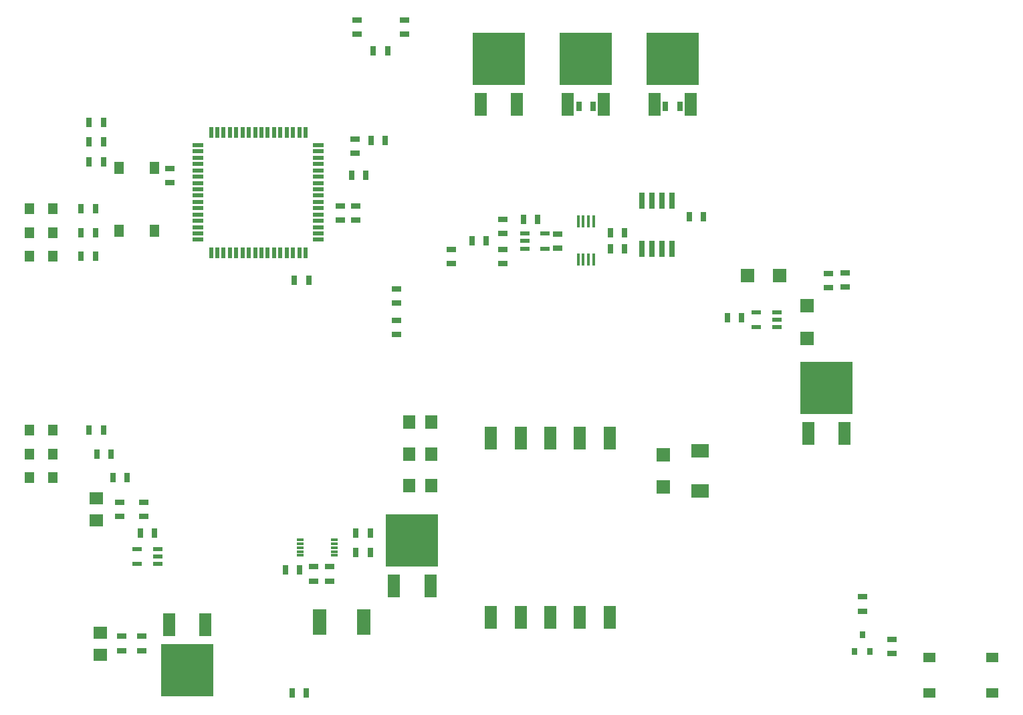
<source format=gtp>
G75*
G70*
%OFA0B0*%
%FSLAX24Y24*%
%IPPOS*%
%LPD*%
%AMOC8*
5,1,8,0,0,1.08239X$1,22.5*
%
%ADD10R,0.0315X0.0472*%
%ADD11R,0.0260X0.0800*%
%ADD12R,0.0472X0.0315*%
%ADD13R,0.0610X0.0512*%
%ADD14R,0.0315X0.0354*%
%ADD15R,0.0200X0.0580*%
%ADD16R,0.0580X0.0200*%
%ADD17R,0.0472X0.0551*%
%ADD18R,0.0709X0.0669*%
%ADD19R,0.0669X0.0709*%
%ADD20R,0.0866X0.0709*%
%ADD21R,0.0472X0.0217*%
%ADD22R,0.2638X0.2638*%
%ADD23R,0.0630X0.1181*%
%ADD24R,0.0709X0.1260*%
%ADD25R,0.0630X0.0709*%
%ADD26R,0.0382X0.0122*%
%ADD27R,0.0512X0.0610*%
%ADD28R,0.0177X0.0591*%
%ADD29R,0.0598X0.1150*%
%ADD30R,0.0709X0.0630*%
D10*
X043597Y014353D03*
X044306Y014353D03*
X044385Y013172D03*
X045093Y013172D03*
X043912Y015534D03*
X043203Y015534D03*
X045762Y010416D03*
X046471Y010416D03*
X052987Y008586D03*
X053696Y008586D03*
X056510Y009452D03*
X057219Y009452D03*
X057219Y010397D03*
X056510Y010397D03*
X054038Y002448D03*
X053329Y002448D03*
X075014Y021125D03*
X075723Y021125D03*
X069896Y024589D03*
X069188Y024589D03*
X069188Y025377D03*
X069896Y025377D03*
X073125Y026164D03*
X073833Y026164D03*
X065566Y026046D03*
X064857Y026046D03*
X063007Y024983D03*
X062298Y024983D03*
X056999Y028235D03*
X056290Y028235D03*
X057255Y029979D03*
X057963Y029979D03*
X058085Y034432D03*
X057377Y034432D03*
X067613Y031676D03*
X068322Y031676D03*
X071944Y031676D03*
X072652Y031676D03*
X054148Y023015D03*
X053440Y023015D03*
X043518Y024196D03*
X042810Y024196D03*
X042810Y025377D03*
X043518Y025377D03*
X043518Y026558D03*
X042810Y026558D03*
X043203Y028920D03*
X043912Y028920D03*
X043912Y029904D03*
X043203Y029904D03*
X043203Y030889D03*
X043912Y030889D03*
D11*
X070760Y026981D03*
X071260Y026981D03*
X071760Y026981D03*
X072260Y026981D03*
X072260Y024561D03*
X071760Y024561D03*
X071260Y024561D03*
X070760Y024561D03*
D12*
X066550Y024609D03*
X066550Y025318D03*
X063814Y025337D03*
X063814Y026046D03*
X063833Y024550D03*
X063833Y023841D03*
X061274Y023841D03*
X061274Y024550D03*
X058518Y022582D03*
X058518Y021873D03*
X058518Y021007D03*
X058518Y020298D03*
X056510Y026007D03*
X055723Y026007D03*
X055723Y026715D03*
X056510Y026715D03*
X056455Y029334D03*
X056455Y030042D03*
X047219Y028566D03*
X047219Y027857D03*
X056550Y035259D03*
X056550Y035967D03*
X058912Y035967D03*
X058912Y035259D03*
X080054Y023349D03*
X080881Y023369D03*
X080881Y022660D03*
X080054Y022641D03*
X055192Y008723D03*
X054404Y008723D03*
X054404Y008015D03*
X055192Y008015D03*
X045822Y005259D03*
X044837Y005259D03*
X044837Y004550D03*
X045822Y004550D03*
X045920Y011243D03*
X045920Y011952D03*
X044739Y011952D03*
X044739Y011243D03*
X081747Y007227D03*
X081747Y006519D03*
X083243Y005101D03*
X083243Y004393D03*
D13*
X085103Y004215D03*
X088233Y004215D03*
X088233Y002444D03*
X085103Y002444D03*
D14*
X082121Y004511D03*
X081373Y004511D03*
X081747Y005337D03*
D15*
X054000Y024385D03*
X053690Y024385D03*
X053370Y024385D03*
X053060Y024385D03*
X052740Y024385D03*
X052430Y024385D03*
X052110Y024385D03*
X051800Y024385D03*
X051480Y024385D03*
X051170Y024385D03*
X050850Y024385D03*
X050540Y024385D03*
X050220Y024385D03*
X049910Y024385D03*
X049590Y024385D03*
X049280Y024385D03*
X049280Y030385D03*
X049590Y030385D03*
X049910Y030385D03*
X050220Y030385D03*
X050540Y030385D03*
X050850Y030385D03*
X051170Y030385D03*
X051480Y030385D03*
X051800Y030385D03*
X052110Y030385D03*
X052430Y030385D03*
X052740Y030385D03*
X053060Y030385D03*
X053370Y030385D03*
X053690Y030385D03*
X054000Y030385D03*
D16*
X054640Y029745D03*
X054640Y029435D03*
X054640Y029115D03*
X054640Y028805D03*
X054640Y028485D03*
X054640Y028175D03*
X054640Y027855D03*
X054640Y027545D03*
X054640Y027225D03*
X054640Y026915D03*
X054640Y026595D03*
X054640Y026285D03*
X054640Y025965D03*
X054640Y025655D03*
X054640Y025335D03*
X054640Y025025D03*
X048640Y025025D03*
X048640Y025335D03*
X048640Y025655D03*
X048640Y025965D03*
X048640Y026285D03*
X048640Y026595D03*
X048640Y026915D03*
X048640Y027225D03*
X048640Y027545D03*
X048640Y027855D03*
X048640Y028175D03*
X048640Y028485D03*
X048640Y028805D03*
X048640Y029115D03*
X048640Y029435D03*
X048640Y029745D03*
D17*
X040211Y013172D03*
X041392Y013172D03*
X041392Y014353D03*
X040211Y014353D03*
X040211Y015534D03*
X041392Y015534D03*
X041392Y024196D03*
X040211Y024196D03*
X040211Y025377D03*
X041392Y025377D03*
X041392Y026558D03*
X040211Y026558D03*
D18*
X076018Y023231D03*
X077633Y023231D03*
D19*
X078991Y021735D03*
X078991Y020121D03*
X071825Y014314D03*
X071825Y012700D03*
D20*
X073656Y012503D03*
X073656Y014511D03*
D21*
X076471Y020672D03*
X077495Y020672D03*
X077495Y021046D03*
X077495Y021420D03*
X076471Y021420D03*
X065940Y024589D03*
X064916Y024589D03*
X064916Y024963D03*
X064916Y025337D03*
X065940Y025337D03*
X046629Y009609D03*
X046629Y009235D03*
X046629Y008861D03*
X045605Y008861D03*
X045605Y009609D03*
D22*
X048105Y003566D03*
X059306Y010023D03*
X079955Y017641D03*
X072298Y034038D03*
X067967Y034038D03*
X063636Y034038D03*
D23*
X062731Y031774D03*
X064542Y031774D03*
X067062Y031774D03*
X068873Y031774D03*
X071392Y031774D03*
X073203Y031774D03*
X079050Y015377D03*
X080861Y015377D03*
X060211Y007759D03*
X058400Y007759D03*
X049010Y005830D03*
X047199Y005830D03*
D24*
X054699Y005967D03*
X056904Y005967D03*
D25*
X059148Y012778D03*
X060251Y012778D03*
X060251Y014353D03*
X059148Y014353D03*
X059148Y015928D03*
X060251Y015928D03*
D26*
X055422Y010080D03*
X055422Y009883D03*
X055422Y009686D03*
X055422Y009489D03*
X055422Y009292D03*
X053741Y009292D03*
X053741Y009489D03*
X053741Y009686D03*
X053741Y009883D03*
X053741Y010080D03*
D27*
X046451Y025465D03*
X044680Y025465D03*
X044680Y028595D03*
X046451Y028595D03*
D28*
X067583Y025928D03*
X067839Y025928D03*
X068095Y025928D03*
X068351Y025928D03*
X068351Y024038D03*
X068095Y024038D03*
X067839Y024038D03*
X067583Y024038D03*
D29*
X067672Y015141D03*
X069148Y015141D03*
X066196Y015141D03*
X064719Y015141D03*
X063243Y015141D03*
X063243Y006215D03*
X064719Y006215D03*
X066196Y006215D03*
X067672Y006215D03*
X069148Y006215D03*
D30*
X043755Y005456D03*
X043755Y004353D03*
X043558Y011046D03*
X043558Y012149D03*
M02*

</source>
